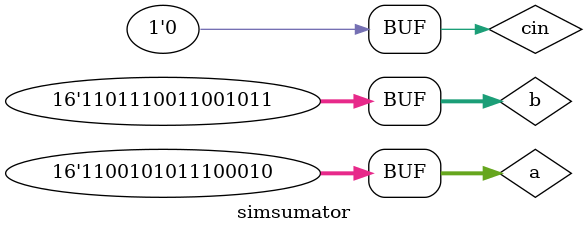
<source format=v>
`timescale 1ns / 1ps


module simsumator();
    reg [15:0] a, b;
    wire cout;
    wire [15:0] sum;
    wire [3:0] P, G, C;
    reg cin;
    //sumator16b(a, b, cin, cout, sum);
    sumator16b summ(a, b, cin, cout, sum, P, G, C);
    initial begin
       a = 16'b1100101011100110;
       b = 16'b1101110011000011;
       cin = 1;
       #50
       a = 16'b1100101011100010;
       b = 16'b1101110011001011;
       cin = 0;
    end
endmodule

</source>
